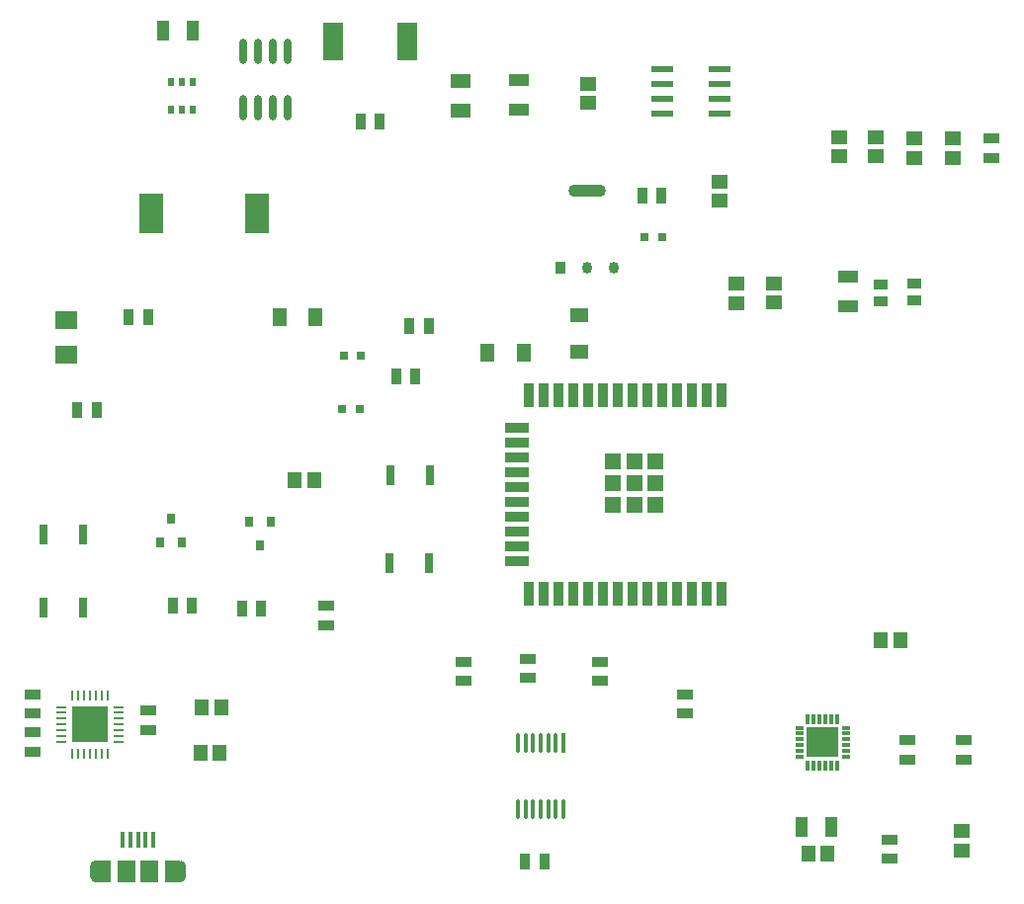
<source format=gbr>
%TF.GenerationSoftware,Altium Limited,Altium Designer,19.0.15 (446)*%
G04 Layer_Color=8421504*
%FSLAX45Y45*%
%MOMM*%
%TF.FileFunction,Paste,Top*%
%TF.Part,Single*%
G01*
G75*
%TA.AperFunction,Conductor*%
%ADD10C,0.50000*%
%TA.AperFunction,SMDPad,CuDef*%
%ADD11R,0.80000X0.80000*%
%ADD12R,1.15776X1.36062*%
%ADD13R,1.35000X0.85000*%
%ADD14R,1.80000X1.25000*%
%ADD15R,0.55000X0.80000*%
%TA.AperFunction,ConnectorPad*%
%ADD16R,1.50000X1.90000*%
%ADD17R,0.40000X1.35000*%
%TA.AperFunction,SMDPad,CuDef*%
%ADD18R,0.90000X2.00000*%
%ADD19R,2.00000X0.90000*%
%TA.AperFunction,BGAPad,CuDef*%
%ADD20R,1.33000X1.33000*%
%TA.AperFunction,SMDPad,CuDef*%
%ADD21R,1.10550X1.65822*%
%ADD22R,1.65822X1.10550*%
%ADD23R,0.85000X1.35000*%
%ADD24R,1.36062X1.15776*%
%ADD25R,1.26062X0.95776*%
%ADD26R,0.80000X1.70000*%
%ADD27R,3.13000X3.13000*%
%ADD28O,0.95000X0.20000*%
%ADD29O,0.20000X0.95000*%
%ADD30R,0.80000X0.90000*%
G04:AMPARAMS|DCode=31|XSize=1.65543mm|YSize=0.38077mm|CornerRadius=0.19038mm|HoleSize=0mm|Usage=FLASHONLY|Rotation=270.000|XOffset=0mm|YOffset=0mm|HoleType=Round|Shape=RoundedRectangle|*
%AMROUNDEDRECTD31*
21,1,1.65543,0.00000,0,0,270.0*
21,1,1.27467,0.38077,0,0,270.0*
1,1,0.38077,0.00000,-0.63733*
1,1,0.38077,0.00000,0.63733*
1,1,0.38077,0.00000,0.63733*
1,1,0.38077,0.00000,-0.63733*
%
%ADD31ROUNDEDRECTD31*%
%ADD32R,0.38077X1.65543*%
%ADD33R,2.70000X2.60000*%
%ADD34R,0.80000X0.35000*%
%ADD35R,0.35000X0.85000*%
%ADD36R,1.50000X1.30000*%
%ADD37R,1.30000X1.50000*%
%ADD38R,1.90000X1.50000*%
%ADD39O,0.60000X2.20000*%
%ADD40R,1.98000X0.53000*%
%ADD41R,1.72000X3.20000*%
%ADD42R,2.00000X3.50000*%
G04:AMPARAMS|DCode=43|XSize=1.00429mm|YSize=3.18213mm|CornerRadius=0.43687mm|HoleSize=0mm|Usage=FLASHONLY|Rotation=90.000|XOffset=0mm|YOffset=0mm|HoleType=Round|Shape=RoundedRectangle|*
%AMROUNDEDRECTD43*
21,1,1.00429,2.30840,0,0,90.0*
21,1,0.13056,3.18213,0,0,90.0*
1,1,0.87373,1.15420,0.06528*
1,1,0.87373,1.15420,-0.06528*
1,1,0.87373,-1.15420,-0.06528*
1,1,0.87373,-1.15420,0.06528*
%
%ADD43ROUNDEDRECTD43*%
G04:AMPARAMS|DCode=44|XSize=1.00429mm|YSize=0.87213mm|CornerRadius=0.43606mm|HoleSize=0mm|Usage=FLASHONLY|Rotation=90.000|XOffset=0mm|YOffset=0mm|HoleType=Round|Shape=RoundedRectangle|*
%AMROUNDEDRECTD44*
21,1,1.00429,0.00000,0,0,90.0*
21,1,0.13216,0.87213,0,0,90.0*
1,1,0.87213,0.00000,0.06608*
1,1,0.87213,0.00000,-0.06608*
1,1,0.87213,0.00000,-0.06608*
1,1,0.87213,0.00000,0.06608*
%
%ADD44ROUNDEDRECTD44*%
%ADD45R,0.87213X1.00429*%
G36*
X2653899Y689897D02*
X2603902D01*
X2603900Y779900D01*
X2653899D01*
Y689897D01*
D02*
G37*
G36*
X2783900Y639900D02*
X2653900D01*
Y829900D01*
X2783900D01*
Y639900D01*
D02*
G37*
G36*
X3373900D02*
X3243900D01*
Y829900D01*
X3373900D01*
Y639900D01*
D02*
G37*
G36*
X3423900Y689900D02*
X3373901D01*
Y779903D01*
X3423898D01*
X3423900Y689900D01*
D02*
G37*
D10*
X3398900D02*
G03*
X3398900Y689900I-25000J0D01*
G01*
X2678900Y689900D02*
G03*
X2678900Y689900I-25000J0D01*
G01*
X2663900Y756987D02*
G03*
X2678900Y779900I-10000J22913D01*
G01*
X3363900Y756987D02*
G03*
X3398900Y779900I10000J22913D01*
G01*
X3363900Y802813D02*
G03*
X3363900Y756987I10000J-22913D01*
G01*
X3398900Y779900D02*
G03*
X3363900Y802813I-25000J0D01*
G01*
X2678900Y779900D02*
G03*
X2664588Y802500I-25000J0D01*
G01*
D02*
G03*
X2663900Y802813I-10688J-22600D01*
G01*
X2651800Y754988D02*
G03*
X2663900Y756987I2100J24912D01*
G01*
X2651800Y804811D02*
G03*
X2651800Y754988I2100J-24912D01*
G01*
X2663900Y802813D02*
G03*
X2651800Y804811I-10000J-22913D01*
G01*
D11*
X7504500Y6172200D02*
D03*
X7354500D02*
D03*
X4776400Y5156200D02*
D03*
X4926400D02*
D03*
X4763700Y4699000D02*
D03*
X4913700D02*
D03*
D12*
X3714918Y1752600D02*
D03*
X3549482D02*
D03*
X8921918Y889000D02*
D03*
X8756482D02*
D03*
X4357000Y4089400D02*
D03*
X4522437D02*
D03*
X3562182Y2143900D02*
D03*
X3727618D02*
D03*
X9544218Y2717800D02*
D03*
X9378782D02*
D03*
D13*
X7696200Y2254200D02*
D03*
Y2089200D02*
D03*
X3101800Y1949500D02*
D03*
Y2114500D02*
D03*
X2108200Y2254200D02*
D03*
Y2089200D02*
D03*
Y1761400D02*
D03*
Y1926400D02*
D03*
X10325100Y6851700D02*
D03*
Y7016700D02*
D03*
X4624700Y2844900D02*
D03*
Y3009900D02*
D03*
X6972300Y2533600D02*
D03*
Y2368600D02*
D03*
X9603100Y1695500D02*
D03*
Y1860500D02*
D03*
X6350000Y2559000D02*
D03*
Y2394000D02*
D03*
X10083800Y1695500D02*
D03*
Y1860500D02*
D03*
X5803900Y2533600D02*
D03*
Y2368600D02*
D03*
X9448800Y844600D02*
D03*
Y1009600D02*
D03*
D14*
X5778500Y7251200D02*
D03*
Y7506200D02*
D03*
D15*
X3295900Y7258700D02*
D03*
X3390900D02*
D03*
X3485900D02*
D03*
Y7498700D02*
D03*
X3390900D02*
D03*
X3295900D02*
D03*
D16*
X3113900Y734900D02*
D03*
X2913900D02*
D03*
D17*
X3143900Y1004900D02*
D03*
X3078900D02*
D03*
X3013900D02*
D03*
X2948900D02*
D03*
X2883900D02*
D03*
D18*
X8013700Y4811500D02*
D03*
X7886700D02*
D03*
X7759700D02*
D03*
X7632700D02*
D03*
X7505700D02*
D03*
X7378700D02*
D03*
X7251700D02*
D03*
X7124700D02*
D03*
X6997700D02*
D03*
X6870700D02*
D03*
X6743700D02*
D03*
X6616700D02*
D03*
X6489700D02*
D03*
X6362700D02*
D03*
Y3111500D02*
D03*
X6489700D02*
D03*
X6616700D02*
D03*
X6743700D02*
D03*
X6870700D02*
D03*
X6997700D02*
D03*
X7124700D02*
D03*
X7251700D02*
D03*
X7378700D02*
D03*
X7505700D02*
D03*
X7632700D02*
D03*
X7759700D02*
D03*
X7886700D02*
D03*
X8013700D02*
D03*
D19*
X6262700Y4533000D02*
D03*
Y4406000D02*
D03*
Y4279000D02*
D03*
Y4152000D02*
D03*
Y4025000D02*
D03*
Y3898000D02*
D03*
Y3771000D02*
D03*
Y3644000D02*
D03*
Y3517000D02*
D03*
Y3390000D02*
D03*
D20*
X7447200Y4245000D02*
D03*
Y4061500D02*
D03*
Y3878000D02*
D03*
X7263700Y4245000D02*
D03*
Y4061500D02*
D03*
Y3878000D02*
D03*
X7080200Y4245000D02*
D03*
Y4061500D02*
D03*
Y3878000D02*
D03*
D21*
X8694664Y1117600D02*
D03*
X8949936D02*
D03*
X3485900Y7937500D02*
D03*
X3230628D02*
D03*
D22*
X9093200Y5574664D02*
D03*
Y5829936D02*
D03*
X6273800Y7263764D02*
D03*
Y7519036D02*
D03*
D23*
X3098700Y5480910D02*
D03*
X2933700D02*
D03*
X5505400Y5410200D02*
D03*
X5340400D02*
D03*
X5391100Y4972600D02*
D03*
X5226100D02*
D03*
X5086300Y7162800D02*
D03*
X4921300D02*
D03*
X2495600Y4690400D02*
D03*
X2660600D02*
D03*
X3310399Y3012600D02*
D03*
X3475399D02*
D03*
X3905300Y2984500D02*
D03*
X4070300D02*
D03*
X6331000Y822800D02*
D03*
X6496000D02*
D03*
X7334300Y6527800D02*
D03*
X7499300D02*
D03*
D24*
X7993500Y6648618D02*
D03*
Y6483182D02*
D03*
X9017000Y7029618D02*
D03*
Y6864182D02*
D03*
X9664700Y7016918D02*
D03*
Y6851482D02*
D03*
X9994900Y7016918D02*
D03*
Y6851482D02*
D03*
X9334500Y7029618D02*
D03*
Y6864182D02*
D03*
X6870700Y7483818D02*
D03*
Y7318382D02*
D03*
X8458200Y5775168D02*
D03*
Y5609731D02*
D03*
X8140700Y5772318D02*
D03*
Y5606882D02*
D03*
X10069900Y1079500D02*
D03*
Y914063D02*
D03*
D25*
X9664700Y5629582D02*
D03*
Y5775018D02*
D03*
X9372600Y5620363D02*
D03*
Y5765800D02*
D03*
D26*
X2540799Y3619500D02*
D03*
X2200799D02*
D03*
X2540799Y2997200D02*
D03*
X2200799D02*
D03*
X5164000Y3378200D02*
D03*
X5504000D02*
D03*
X5176700Y4127500D02*
D03*
X5516700D02*
D03*
D27*
X2603500Y1993900D02*
D03*
D28*
X2356000Y1843900D02*
D03*
Y1893900D02*
D03*
Y1943900D02*
D03*
Y1993900D02*
D03*
Y2043900D02*
D03*
Y2093900D02*
D03*
Y2143900D02*
D03*
X2851000D02*
D03*
Y2093900D02*
D03*
Y2043900D02*
D03*
Y1993900D02*
D03*
Y1943900D02*
D03*
Y1893900D02*
D03*
Y1843900D02*
D03*
D29*
X2453500Y2241400D02*
D03*
X2503500D02*
D03*
X2553500D02*
D03*
X2603500D02*
D03*
X2653500D02*
D03*
X2703500D02*
D03*
X2753500D02*
D03*
Y1746400D02*
D03*
X2703500D02*
D03*
X2653500D02*
D03*
X2603500D02*
D03*
X2553500D02*
D03*
X2503500D02*
D03*
X2453500D02*
D03*
D30*
X3202899Y3557600D02*
D03*
X3392899D02*
D03*
X3297899Y3757600D02*
D03*
X4153699Y3732200D02*
D03*
X3963699D02*
D03*
X4058699Y3532200D02*
D03*
D31*
X6659300Y1266862D02*
D03*
X6594300D02*
D03*
X6529300D02*
D03*
X6464300D02*
D03*
X6399300D02*
D03*
X6334300D02*
D03*
X6269300D02*
D03*
Y1831938D02*
D03*
X6334300D02*
D03*
X6399300D02*
D03*
X6464300D02*
D03*
X6529300D02*
D03*
X6594300D02*
D03*
D32*
X6659300D02*
D03*
D33*
X8877300Y1841500D02*
D03*
D34*
X9077300Y1716500D02*
D03*
Y1766500D02*
D03*
Y1816500D02*
D03*
Y1866500D02*
D03*
Y1916500D02*
D03*
Y1966500D02*
D03*
X8677300Y1716500D02*
D03*
Y1766500D02*
D03*
Y1816500D02*
D03*
Y1866500D02*
D03*
Y1916500D02*
D03*
Y1966500D02*
D03*
D35*
X9002300Y2039000D02*
D03*
X8952300D02*
D03*
X8902300D02*
D03*
X8852300D02*
D03*
X8802300D02*
D03*
X8752300D02*
D03*
X9002300Y1644000D02*
D03*
X8952300D02*
D03*
X8902300D02*
D03*
X8852300D02*
D03*
X8802300D02*
D03*
X8752300D02*
D03*
D36*
X6794500Y5501700D02*
D03*
Y5191700D02*
D03*
D37*
X6317100Y5181600D02*
D03*
X6007100D02*
D03*
X4226500Y5486400D02*
D03*
X4536500D02*
D03*
D38*
X2400300Y5158600D02*
D03*
Y5458600D02*
D03*
D39*
X3911600Y7279036D02*
D03*
X4038600D02*
D03*
X4165600D02*
D03*
X4292600D02*
D03*
X3911600Y7759036D02*
D03*
X4038600D02*
D03*
X4165600D02*
D03*
X4292600D02*
D03*
D40*
X7993500Y7607300D02*
D03*
Y7480300D02*
D03*
Y7353300D02*
D03*
Y7226300D02*
D03*
X7500500D02*
D03*
Y7353300D02*
D03*
Y7480300D02*
D03*
Y7607300D02*
D03*
D41*
X4683300Y7848600D02*
D03*
X5324300D02*
D03*
D42*
X3131400Y6375400D02*
D03*
X4031400D02*
D03*
D43*
X6858000Y6565200D02*
D03*
D44*
X7087000Y5906200D02*
D03*
X6858000D02*
D03*
D45*
X6629000D02*
D03*
%TF.MD5,5b2ae27c617a767f88217f197d1188e0*%
M02*

</source>
